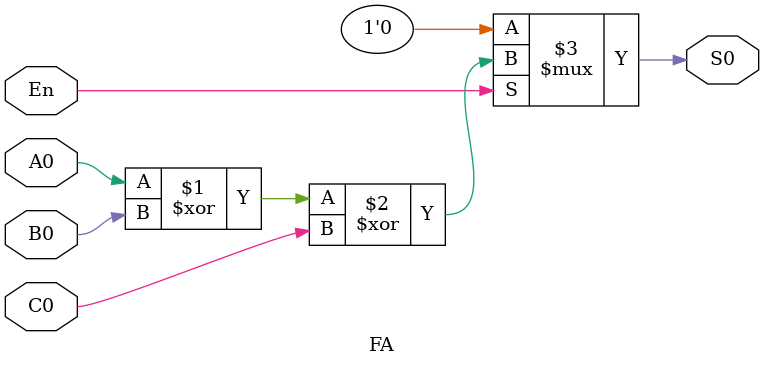
<source format=v>
module FA (
	input  wire A0,
	input  wire B0,
	input  wire C0,
	input  wire En,
	output wire S0
);
	
	assign S0 = (En)? (A0 ^ B0 ^ C0):1'b0;

endmodule
</source>
